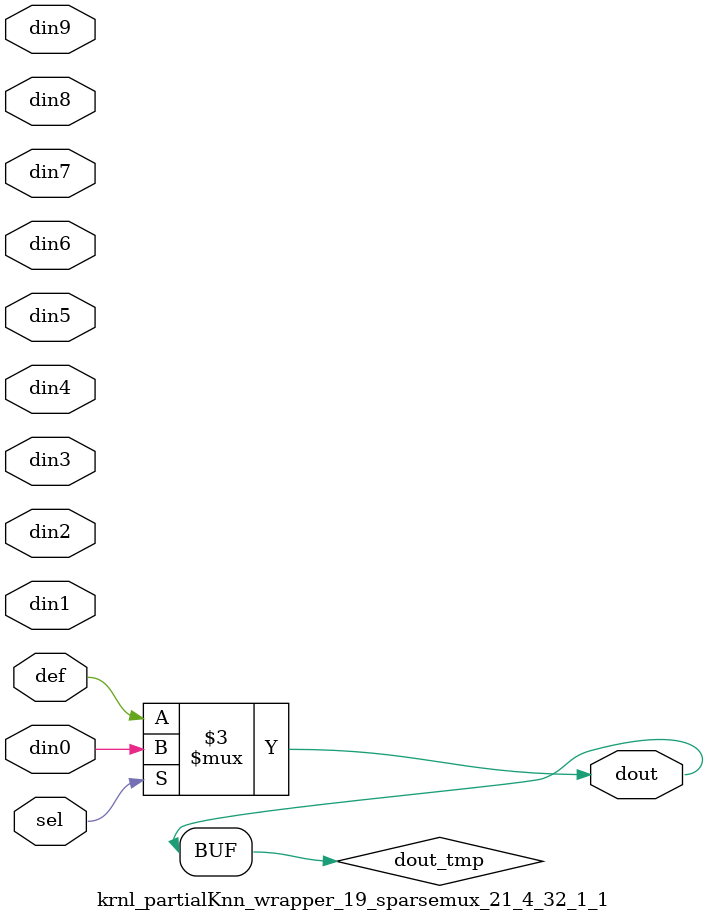
<source format=v>
`timescale 1ns / 1ps

module krnl_partialKnn_wrapper_19_sparsemux_21_4_32_1_1 (din0,din1,din2,din3,din4,din5,din6,din7,din8,din9,def,sel,dout);

parameter din0_WIDTH = 1;

parameter din1_WIDTH = 1;

parameter din2_WIDTH = 1;

parameter din3_WIDTH = 1;

parameter din4_WIDTH = 1;

parameter din5_WIDTH = 1;

parameter din6_WIDTH = 1;

parameter din7_WIDTH = 1;

parameter din8_WIDTH = 1;

parameter din9_WIDTH = 1;

parameter def_WIDTH = 1;
parameter sel_WIDTH = 1;
parameter dout_WIDTH = 1;

parameter [sel_WIDTH-1:0] CASE0 = 1;

parameter [sel_WIDTH-1:0] CASE1 = 1;

parameter [sel_WIDTH-1:0] CASE2 = 1;

parameter [sel_WIDTH-1:0] CASE3 = 1;

parameter [sel_WIDTH-1:0] CASE4 = 1;

parameter [sel_WIDTH-1:0] CASE5 = 1;

parameter [sel_WIDTH-1:0] CASE6 = 1;

parameter [sel_WIDTH-1:0] CASE7 = 1;

parameter [sel_WIDTH-1:0] CASE8 = 1;

parameter [sel_WIDTH-1:0] CASE9 = 1;

parameter ID = 1;
parameter NUM_STAGE = 1;



input [din0_WIDTH-1:0] din0;

input [din1_WIDTH-1:0] din1;

input [din2_WIDTH-1:0] din2;

input [din3_WIDTH-1:0] din3;

input [din4_WIDTH-1:0] din4;

input [din5_WIDTH-1:0] din5;

input [din6_WIDTH-1:0] din6;

input [din7_WIDTH-1:0] din7;

input [din8_WIDTH-1:0] din8;

input [din9_WIDTH-1:0] din9;

input [def_WIDTH-1:0] def;
input [sel_WIDTH-1:0] sel;

output [dout_WIDTH-1:0] dout;



reg [dout_WIDTH-1:0] dout_tmp;

always @ (*) begin
case (sel)
    
    CASE0 : dout_tmp = din0;
    
    CASE1 : dout_tmp = din1;
    
    CASE2 : dout_tmp = din2;
    
    CASE3 : dout_tmp = din3;
    
    CASE4 : dout_tmp = din4;
    
    CASE5 : dout_tmp = din5;
    
    CASE6 : dout_tmp = din6;
    
    CASE7 : dout_tmp = din7;
    
    CASE8 : dout_tmp = din8;
    
    CASE9 : dout_tmp = din9;
    
    default : dout_tmp = def;
endcase
end


assign dout = dout_tmp;



endmodule

</source>
